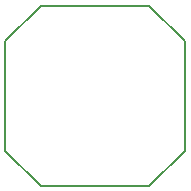
<source format=gko>
G04 DipTrace 2.4.0.2*
%INFlexADCBufferAry.gko*%
%MOMM*%
%ADD11C,0.14*%
%FSLAX53Y53*%
G04*
G71*
G90*
G75*
G01*
%LNBoardOutline*%
%LPD*%
X13056Y10008D2*
D11*
X22200D1*
X25248Y12980D1*
Y22276D1*
X22200Y25248D1*
X13056D1*
X10008Y22276D1*
Y12980D1*
X13056Y10008D1*
M02*

</source>
